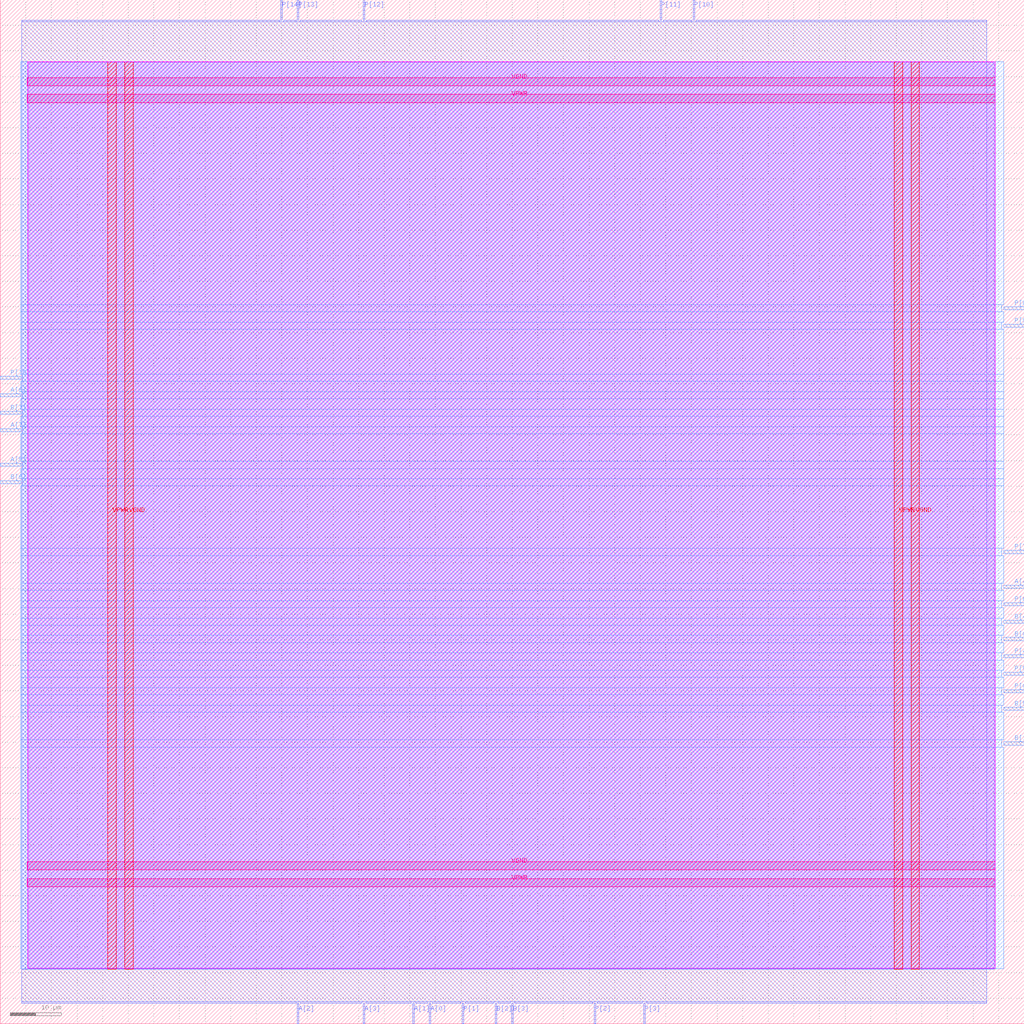
<source format=lef>
VERSION 5.7 ;
  NOWIREEXTENSIONATPIN ON ;
  DIVIDERCHAR "/" ;
  BUSBITCHARS "[]" ;
MACRO mult8_2bits_1op_e17688
  CLASS BLOCK ;
  FOREIGN mult8_2bits_1op_e17688 ;
  ORIGIN 0.000 0.000 ;
  SIZE 200.000 BY 200.000 ;
  PIN A[0]
    DIRECTION INPUT ;
    USE SIGNAL ;
    ANTENNAGATEAREA 0.213000 ;
    PORT
      LAYER met2 ;
        RECT 83.810 0.000 84.090 4.000 ;
    END
  END A[0]
  PIN A[1]
    DIRECTION INPUT ;
    USE SIGNAL ;
    ANTENNAGATEAREA 0.159000 ;
    PORT
      LAYER met2 ;
        RECT 80.590 0.000 80.870 4.000 ;
    END
  END A[1]
  PIN A[2]
    DIRECTION INPUT ;
    USE SIGNAL ;
    ANTENNAGATEAREA 0.196500 ;
    PORT
      LAYER met2 ;
        RECT 58.050 0.000 58.330 4.000 ;
    END
  END A[2]
  PIN A[3]
    DIRECTION INPUT ;
    USE SIGNAL ;
    ANTENNAGATEAREA 0.159000 ;
    PORT
      LAYER met2 ;
        RECT 70.930 0.000 71.210 4.000 ;
    END
  END A[3]
  PIN A[4]
    DIRECTION INPUT ;
    USE SIGNAL ;
    ANTENNAGATEAREA 0.196500 ;
    PORT
      LAYER met3 ;
        RECT 196.000 85.040 200.000 85.640 ;
    END
  END A[4]
  PIN A[5]
    DIRECTION INPUT ;
    USE SIGNAL ;
    ANTENNAGATEAREA 0.213000 ;
    PORT
      LAYER met3 ;
        RECT 0.000 108.840 4.000 109.440 ;
    END
  END A[5]
  PIN A[6]
    DIRECTION INPUT ;
    USE SIGNAL ;
    ANTENNAGATEAREA 0.213000 ;
    PORT
      LAYER met3 ;
        RECT 0.000 122.440 4.000 123.040 ;
    END
  END A[6]
  PIN A[7]
    DIRECTION INPUT ;
    USE SIGNAL ;
    ANTENNAGATEAREA 0.159000 ;
    PORT
      LAYER met3 ;
        RECT 0.000 115.640 4.000 116.240 ;
    END
  END A[7]
  PIN B[0]
    DIRECTION INPUT ;
    USE SIGNAL ;
    ANTENNAGATEAREA 0.213000 ;
    PORT
      LAYER met3 ;
        RECT 196.000 74.840 200.000 75.440 ;
    END
  END B[0]
  PIN B[1]
    DIRECTION INPUT ;
    USE SIGNAL ;
    ANTENNAGATEAREA 0.196500 ;
    PORT
      LAYER met3 ;
        RECT 196.000 54.440 200.000 55.040 ;
    END
  END B[1]
  PIN B[2]
    DIRECTION INPUT ;
    USE SIGNAL ;
    ANTENNAGATEAREA 0.159000 ;
    PORT
      LAYER met2 ;
        RECT 96.690 0.000 96.970 4.000 ;
    END
  END B[2]
  PIN B[3]
    DIRECTION INPUT ;
    USE SIGNAL ;
    ANTENNAGATEAREA 0.213000 ;
    PORT
      LAYER met2 ;
        RECT 99.910 0.000 100.190 4.000 ;
    END
  END B[3]
  PIN B[4]
    DIRECTION INPUT ;
    USE SIGNAL ;
    ANTENNAGATEAREA 0.213000 ;
    PORT
      LAYER met3 ;
        RECT 196.000 78.240 200.000 78.840 ;
    END
  END B[4]
  PIN B[5]
    DIRECTION INPUT ;
    USE SIGNAL ;
    ANTENNAGATEAREA 0.495000 ;
    PORT
      LAYER met3 ;
        RECT 196.000 61.240 200.000 61.840 ;
    END
  END B[5]
  PIN B[6]
    DIRECTION INPUT ;
    USE SIGNAL ;
    ANTENNAGATEAREA 0.213000 ;
    PORT
      LAYER met3 ;
        RECT 0.000 105.440 4.000 106.040 ;
    END
  END B[6]
  PIN B[7]
    DIRECTION INPUT ;
    USE SIGNAL ;
    ANTENNAGATEAREA 0.196500 ;
    PORT
      LAYER met3 ;
        RECT 0.000 119.040 4.000 119.640 ;
    END
  END B[7]
  PIN P[0]
    DIRECTION OUTPUT ;
    USE SIGNAL ;
    ANTENNADIFFAREA 0.445500 ;
    PORT
      LAYER met3 ;
        RECT 196.000 64.640 200.000 65.240 ;
    END
  END P[0]
  PIN P[10]
    DIRECTION OUTPUT ;
    USE SIGNAL ;
    ANTENNADIFFAREA 1.336500 ;
    PORT
      LAYER met2 ;
        RECT 135.330 196.000 135.610 200.000 ;
    END
  END P[10]
  PIN P[11]
    DIRECTION OUTPUT ;
    USE SIGNAL ;
    ANTENNADIFFAREA 1.336500 ;
    PORT
      LAYER met2 ;
        RECT 128.890 196.000 129.170 200.000 ;
    END
  END P[11]
  PIN P[12]
    DIRECTION OUTPUT ;
    USE SIGNAL ;
    ANTENNADIFFAREA 1.336500 ;
    PORT
      LAYER met2 ;
        RECT 70.930 196.000 71.210 200.000 ;
    END
  END P[12]
  PIN P[13]
    DIRECTION OUTPUT ;
    USE SIGNAL ;
    ANTENNADIFFAREA 1.336500 ;
    PORT
      LAYER met2 ;
        RECT 58.050 196.000 58.330 200.000 ;
    END
  END P[13]
  PIN P[14]
    DIRECTION OUTPUT ;
    USE SIGNAL ;
    ANTENNADIFFAREA 1.336500 ;
    PORT
      LAYER met2 ;
        RECT 54.830 196.000 55.110 200.000 ;
    END
  END P[14]
  PIN P[15]
    DIRECTION OUTPUT ;
    USE SIGNAL ;
    ANTENNADIFFAREA 1.336500 ;
    PORT
      LAYER met3 ;
        RECT 0.000 125.840 4.000 126.440 ;
    END
  END P[15]
  PIN P[1]
    DIRECTION OUTPUT ;
    USE SIGNAL ;
    ANTENNADIFFAREA 0.445500 ;
    PORT
      LAYER met2 ;
        RECT 90.250 0.000 90.530 4.000 ;
    END
  END P[1]
  PIN P[2]
    DIRECTION OUTPUT ;
    USE SIGNAL ;
    ANTENNADIFFAREA 0.445500 ;
    PORT
      LAYER met2 ;
        RECT 116.010 0.000 116.290 4.000 ;
    END
  END P[2]
  PIN P[3]
    DIRECTION OUTPUT ;
    USE SIGNAL ;
    ANTENNADIFFAREA 0.445500 ;
    PORT
      LAYER met2 ;
        RECT 125.670 0.000 125.950 4.000 ;
    END
  END P[3]
  PIN P[4]
    DIRECTION OUTPUT ;
    USE SIGNAL ;
    ANTENNADIFFAREA 0.445500 ;
    PORT
      LAYER met3 ;
        RECT 196.000 71.440 200.000 72.040 ;
    END
  END P[4]
  PIN P[5]
    DIRECTION OUTPUT ;
    USE SIGNAL ;
    ANTENNADIFFAREA 0.445500 ;
    PORT
      LAYER met3 ;
        RECT 196.000 68.040 200.000 68.640 ;
    END
  END P[5]
  PIN P[6]
    DIRECTION OUTPUT ;
    USE SIGNAL ;
    ANTENNADIFFAREA 0.445500 ;
    PORT
      LAYER met3 ;
        RECT 196.000 81.640 200.000 82.240 ;
    END
  END P[6]
  PIN P[7]
    DIRECTION OUTPUT ;
    USE SIGNAL ;
    ANTENNADIFFAREA 0.445500 ;
    PORT
      LAYER met3 ;
        RECT 196.000 91.840 200.000 92.440 ;
    END
  END P[7]
  PIN P[8]
    DIRECTION OUTPUT ;
    USE SIGNAL ;
    ANTENNADIFFAREA 1.336500 ;
    PORT
      LAYER met3 ;
        RECT 196.000 139.440 200.000 140.040 ;
    END
  END P[8]
  PIN P[9]
    DIRECTION OUTPUT ;
    USE SIGNAL ;
    ANTENNADIFFAREA 1.336500 ;
    PORT
      LAYER met3 ;
        RECT 196.000 136.040 200.000 136.640 ;
    END
  END P[9]
  PIN VGND
    DIRECTION INOUT ;
    USE GROUND ;
    PORT
      LAYER met4 ;
        RECT 24.340 10.640 25.940 187.920 ;
    END
    PORT
      LAYER met4 ;
        RECT 177.940 10.640 179.540 187.920 ;
    END
    PORT
      LAYER met5 ;
        RECT 5.280 30.030 194.360 31.630 ;
    END
    PORT
      LAYER met5 ;
        RECT 5.280 183.210 194.360 184.810 ;
    END
  END VGND
  PIN VPWR
    DIRECTION INOUT ;
    USE POWER ;
    PORT
      LAYER met4 ;
        RECT 21.040 10.640 22.640 187.920 ;
    END
    PORT
      LAYER met4 ;
        RECT 174.640 10.640 176.240 187.920 ;
    END
    PORT
      LAYER met5 ;
        RECT 5.280 26.730 194.360 28.330 ;
    END
    PORT
      LAYER met5 ;
        RECT 5.280 179.910 194.360 181.510 ;
    END
  END VPWR
  OBS
      LAYER nwell ;
        RECT 5.330 10.795 194.310 187.870 ;
      LAYER li1 ;
        RECT 5.520 10.795 194.120 187.765 ;
      LAYER met1 ;
        RECT 4.210 10.640 194.120 187.920 ;
      LAYER met2 ;
        RECT 4.230 195.720 54.550 196.000 ;
        RECT 55.390 195.720 57.770 196.000 ;
        RECT 58.610 195.720 70.650 196.000 ;
        RECT 71.490 195.720 128.610 196.000 ;
        RECT 129.450 195.720 135.050 196.000 ;
        RECT 135.890 195.720 192.650 196.000 ;
        RECT 4.230 4.280 192.650 195.720 ;
        RECT 4.230 4.000 57.770 4.280 ;
        RECT 58.610 4.000 70.650 4.280 ;
        RECT 71.490 4.000 80.310 4.280 ;
        RECT 81.150 4.000 83.530 4.280 ;
        RECT 84.370 4.000 89.970 4.280 ;
        RECT 90.810 4.000 96.410 4.280 ;
        RECT 97.250 4.000 99.630 4.280 ;
        RECT 100.470 4.000 115.730 4.280 ;
        RECT 116.570 4.000 125.390 4.280 ;
        RECT 126.230 4.000 192.650 4.280 ;
      LAYER met3 ;
        RECT 3.990 140.440 196.000 187.845 ;
        RECT 3.990 139.040 195.600 140.440 ;
        RECT 3.990 137.040 196.000 139.040 ;
        RECT 3.990 135.640 195.600 137.040 ;
        RECT 3.990 126.840 196.000 135.640 ;
        RECT 4.400 125.440 196.000 126.840 ;
        RECT 3.990 123.440 196.000 125.440 ;
        RECT 4.400 122.040 196.000 123.440 ;
        RECT 3.990 120.040 196.000 122.040 ;
        RECT 4.400 118.640 196.000 120.040 ;
        RECT 3.990 116.640 196.000 118.640 ;
        RECT 4.400 115.240 196.000 116.640 ;
        RECT 3.990 109.840 196.000 115.240 ;
        RECT 4.400 108.440 196.000 109.840 ;
        RECT 3.990 106.440 196.000 108.440 ;
        RECT 4.400 105.040 196.000 106.440 ;
        RECT 3.990 92.840 196.000 105.040 ;
        RECT 3.990 91.440 195.600 92.840 ;
        RECT 3.990 86.040 196.000 91.440 ;
        RECT 3.990 84.640 195.600 86.040 ;
        RECT 3.990 82.640 196.000 84.640 ;
        RECT 3.990 81.240 195.600 82.640 ;
        RECT 3.990 79.240 196.000 81.240 ;
        RECT 3.990 77.840 195.600 79.240 ;
        RECT 3.990 75.840 196.000 77.840 ;
        RECT 3.990 74.440 195.600 75.840 ;
        RECT 3.990 72.440 196.000 74.440 ;
        RECT 3.990 71.040 195.600 72.440 ;
        RECT 3.990 69.040 196.000 71.040 ;
        RECT 3.990 67.640 195.600 69.040 ;
        RECT 3.990 65.640 196.000 67.640 ;
        RECT 3.990 64.240 195.600 65.640 ;
        RECT 3.990 62.240 196.000 64.240 ;
        RECT 3.990 60.840 195.600 62.240 ;
        RECT 3.990 55.440 196.000 60.840 ;
        RECT 3.990 54.040 195.600 55.440 ;
        RECT 3.990 10.715 196.000 54.040 ;
  END
END mult8_2bits_1op_e17688
END LIBRARY


</source>
